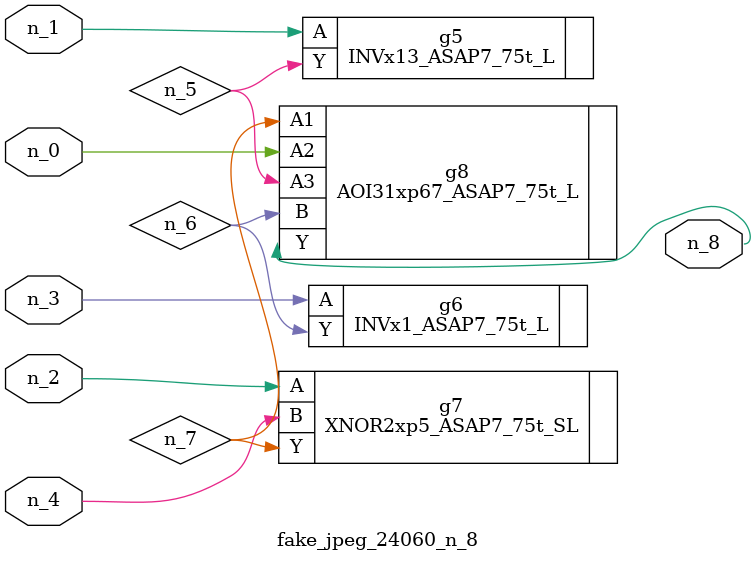
<source format=v>
module fake_jpeg_24060_n_8 (n_3, n_2, n_1, n_0, n_4, n_8);

input n_3;
input n_2;
input n_1;
input n_0;
input n_4;

output n_8;

wire n_6;
wire n_5;
wire n_7;

INVx13_ASAP7_75t_L g5 ( 
.A(n_1),
.Y(n_5)
);

INVx1_ASAP7_75t_L g6 ( 
.A(n_3),
.Y(n_6)
);

XNOR2xp5_ASAP7_75t_SL g7 ( 
.A(n_2),
.B(n_4),
.Y(n_7)
);

AOI31xp67_ASAP7_75t_L g8 ( 
.A1(n_7),
.A2(n_0),
.A3(n_5),
.B(n_6),
.Y(n_8)
);


endmodule
</source>
